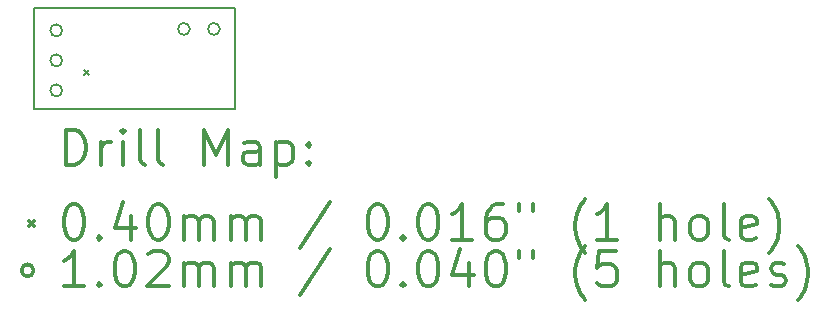
<source format=gbr>
%FSLAX45Y45*%
G04 Gerber Fmt 4.5, Leading zero omitted, Abs format (unit mm)*
G04 Created by KiCad (PCBNEW 4.0.4+e1-6308~48~ubuntu16.04.1-stable) date Thu Nov  3 23:09:23 2016*
%MOMM*%
%LPD*%
G01*
G04 APERTURE LIST*
%ADD10C,0.127000*%
%ADD11C,0.150000*%
%ADD12C,0.200000*%
%ADD13C,0.300000*%
G04 APERTURE END LIST*
D10*
D11*
X15280000Y-10900000D02*
X15280000Y-10040000D01*
X13580000Y-10900000D02*
X15280000Y-10900000D01*
X13580000Y-10040000D02*
X13580000Y-10900000D01*
X15280000Y-10040000D02*
X13580000Y-10040000D01*
D12*
X14000000Y-10570000D02*
X14040000Y-10610000D01*
X14040000Y-10570000D02*
X14000000Y-10610000D01*
X13815800Y-10232000D02*
G75*
G03X13815800Y-10232000I-50800J0D01*
G01*
X13815800Y-10486000D02*
G75*
G03X13815800Y-10486000I-50800J0D01*
G01*
X13815800Y-10740000D02*
G75*
G03X13815800Y-10740000I-50800J0D01*
G01*
X14896800Y-10220000D02*
G75*
G03X14896800Y-10220000I-50800J0D01*
G01*
X15150800Y-10220000D02*
G75*
G03X15150800Y-10220000I-50800J0D01*
G01*
D13*
X13843928Y-11373214D02*
X13843928Y-11073214D01*
X13915357Y-11073214D01*
X13958214Y-11087500D01*
X13986786Y-11116072D01*
X14001071Y-11144643D01*
X14015357Y-11201786D01*
X14015357Y-11244643D01*
X14001071Y-11301786D01*
X13986786Y-11330357D01*
X13958214Y-11358929D01*
X13915357Y-11373214D01*
X13843928Y-11373214D01*
X14143928Y-11373214D02*
X14143928Y-11173214D01*
X14143928Y-11230357D02*
X14158214Y-11201786D01*
X14172500Y-11187500D01*
X14201071Y-11173214D01*
X14229643Y-11173214D01*
X14329643Y-11373214D02*
X14329643Y-11173214D01*
X14329643Y-11073214D02*
X14315357Y-11087500D01*
X14329643Y-11101786D01*
X14343928Y-11087500D01*
X14329643Y-11073214D01*
X14329643Y-11101786D01*
X14515357Y-11373214D02*
X14486786Y-11358929D01*
X14472500Y-11330357D01*
X14472500Y-11073214D01*
X14672500Y-11373214D02*
X14643928Y-11358929D01*
X14629643Y-11330357D01*
X14629643Y-11073214D01*
X15015357Y-11373214D02*
X15015357Y-11073214D01*
X15115357Y-11287500D01*
X15215357Y-11073214D01*
X15215357Y-11373214D01*
X15486786Y-11373214D02*
X15486786Y-11216071D01*
X15472500Y-11187500D01*
X15443928Y-11173214D01*
X15386786Y-11173214D01*
X15358214Y-11187500D01*
X15486786Y-11358929D02*
X15458214Y-11373214D01*
X15386786Y-11373214D01*
X15358214Y-11358929D01*
X15343928Y-11330357D01*
X15343928Y-11301786D01*
X15358214Y-11273214D01*
X15386786Y-11258929D01*
X15458214Y-11258929D01*
X15486786Y-11244643D01*
X15629643Y-11173214D02*
X15629643Y-11473214D01*
X15629643Y-11187500D02*
X15658214Y-11173214D01*
X15715357Y-11173214D01*
X15743928Y-11187500D01*
X15758214Y-11201786D01*
X15772500Y-11230357D01*
X15772500Y-11316071D01*
X15758214Y-11344643D01*
X15743928Y-11358929D01*
X15715357Y-11373214D01*
X15658214Y-11373214D01*
X15629643Y-11358929D01*
X15901071Y-11344643D02*
X15915357Y-11358929D01*
X15901071Y-11373214D01*
X15886786Y-11358929D01*
X15901071Y-11344643D01*
X15901071Y-11373214D01*
X15901071Y-11187500D02*
X15915357Y-11201786D01*
X15901071Y-11216071D01*
X15886786Y-11201786D01*
X15901071Y-11187500D01*
X15901071Y-11216071D01*
X13532500Y-11847500D02*
X13572500Y-11887500D01*
X13572500Y-11847500D02*
X13532500Y-11887500D01*
X13901071Y-11703214D02*
X13929643Y-11703214D01*
X13958214Y-11717500D01*
X13972500Y-11731786D01*
X13986786Y-11760357D01*
X14001071Y-11817500D01*
X14001071Y-11888929D01*
X13986786Y-11946071D01*
X13972500Y-11974643D01*
X13958214Y-11988929D01*
X13929643Y-12003214D01*
X13901071Y-12003214D01*
X13872500Y-11988929D01*
X13858214Y-11974643D01*
X13843928Y-11946071D01*
X13829643Y-11888929D01*
X13829643Y-11817500D01*
X13843928Y-11760357D01*
X13858214Y-11731786D01*
X13872500Y-11717500D01*
X13901071Y-11703214D01*
X14129643Y-11974643D02*
X14143928Y-11988929D01*
X14129643Y-12003214D01*
X14115357Y-11988929D01*
X14129643Y-11974643D01*
X14129643Y-12003214D01*
X14401071Y-11803214D02*
X14401071Y-12003214D01*
X14329643Y-11688929D02*
X14258214Y-11903214D01*
X14443928Y-11903214D01*
X14615357Y-11703214D02*
X14643928Y-11703214D01*
X14672500Y-11717500D01*
X14686786Y-11731786D01*
X14701071Y-11760357D01*
X14715357Y-11817500D01*
X14715357Y-11888929D01*
X14701071Y-11946071D01*
X14686786Y-11974643D01*
X14672500Y-11988929D01*
X14643928Y-12003214D01*
X14615357Y-12003214D01*
X14586786Y-11988929D01*
X14572500Y-11974643D01*
X14558214Y-11946071D01*
X14543928Y-11888929D01*
X14543928Y-11817500D01*
X14558214Y-11760357D01*
X14572500Y-11731786D01*
X14586786Y-11717500D01*
X14615357Y-11703214D01*
X14843928Y-12003214D02*
X14843928Y-11803214D01*
X14843928Y-11831786D02*
X14858214Y-11817500D01*
X14886786Y-11803214D01*
X14929643Y-11803214D01*
X14958214Y-11817500D01*
X14972500Y-11846071D01*
X14972500Y-12003214D01*
X14972500Y-11846071D02*
X14986786Y-11817500D01*
X15015357Y-11803214D01*
X15058214Y-11803214D01*
X15086786Y-11817500D01*
X15101071Y-11846071D01*
X15101071Y-12003214D01*
X15243928Y-12003214D02*
X15243928Y-11803214D01*
X15243928Y-11831786D02*
X15258214Y-11817500D01*
X15286786Y-11803214D01*
X15329643Y-11803214D01*
X15358214Y-11817500D01*
X15372500Y-11846071D01*
X15372500Y-12003214D01*
X15372500Y-11846071D02*
X15386786Y-11817500D01*
X15415357Y-11803214D01*
X15458214Y-11803214D01*
X15486786Y-11817500D01*
X15501071Y-11846071D01*
X15501071Y-12003214D01*
X16086786Y-11688929D02*
X15829643Y-12074643D01*
X16472500Y-11703214D02*
X16501071Y-11703214D01*
X16529643Y-11717500D01*
X16543928Y-11731786D01*
X16558214Y-11760357D01*
X16572500Y-11817500D01*
X16572500Y-11888929D01*
X16558214Y-11946071D01*
X16543928Y-11974643D01*
X16529643Y-11988929D01*
X16501071Y-12003214D01*
X16472500Y-12003214D01*
X16443928Y-11988929D01*
X16429643Y-11974643D01*
X16415357Y-11946071D01*
X16401071Y-11888929D01*
X16401071Y-11817500D01*
X16415357Y-11760357D01*
X16429643Y-11731786D01*
X16443928Y-11717500D01*
X16472500Y-11703214D01*
X16701071Y-11974643D02*
X16715357Y-11988929D01*
X16701071Y-12003214D01*
X16686786Y-11988929D01*
X16701071Y-11974643D01*
X16701071Y-12003214D01*
X16901071Y-11703214D02*
X16929643Y-11703214D01*
X16958214Y-11717500D01*
X16972500Y-11731786D01*
X16986786Y-11760357D01*
X17001071Y-11817500D01*
X17001071Y-11888929D01*
X16986786Y-11946071D01*
X16972500Y-11974643D01*
X16958214Y-11988929D01*
X16929643Y-12003214D01*
X16901071Y-12003214D01*
X16872500Y-11988929D01*
X16858214Y-11974643D01*
X16843928Y-11946071D01*
X16829643Y-11888929D01*
X16829643Y-11817500D01*
X16843928Y-11760357D01*
X16858214Y-11731786D01*
X16872500Y-11717500D01*
X16901071Y-11703214D01*
X17286786Y-12003214D02*
X17115357Y-12003214D01*
X17201071Y-12003214D02*
X17201071Y-11703214D01*
X17172500Y-11746071D01*
X17143928Y-11774643D01*
X17115357Y-11788929D01*
X17543928Y-11703214D02*
X17486786Y-11703214D01*
X17458214Y-11717500D01*
X17443928Y-11731786D01*
X17415357Y-11774643D01*
X17401071Y-11831786D01*
X17401071Y-11946071D01*
X17415357Y-11974643D01*
X17429643Y-11988929D01*
X17458214Y-12003214D01*
X17515357Y-12003214D01*
X17543928Y-11988929D01*
X17558214Y-11974643D01*
X17572500Y-11946071D01*
X17572500Y-11874643D01*
X17558214Y-11846071D01*
X17543928Y-11831786D01*
X17515357Y-11817500D01*
X17458214Y-11817500D01*
X17429643Y-11831786D01*
X17415357Y-11846071D01*
X17401071Y-11874643D01*
X17686786Y-11703214D02*
X17686786Y-11760357D01*
X17801071Y-11703214D02*
X17801071Y-11760357D01*
X18243928Y-12117500D02*
X18229643Y-12103214D01*
X18201071Y-12060357D01*
X18186786Y-12031786D01*
X18172500Y-11988929D01*
X18158214Y-11917500D01*
X18158214Y-11860357D01*
X18172500Y-11788929D01*
X18186786Y-11746071D01*
X18201071Y-11717500D01*
X18229643Y-11674643D01*
X18243928Y-11660357D01*
X18515357Y-12003214D02*
X18343928Y-12003214D01*
X18429643Y-12003214D02*
X18429643Y-11703214D01*
X18401071Y-11746071D01*
X18372500Y-11774643D01*
X18343928Y-11788929D01*
X18872500Y-12003214D02*
X18872500Y-11703214D01*
X19001071Y-12003214D02*
X19001071Y-11846071D01*
X18986786Y-11817500D01*
X18958214Y-11803214D01*
X18915357Y-11803214D01*
X18886786Y-11817500D01*
X18872500Y-11831786D01*
X19186786Y-12003214D02*
X19158214Y-11988929D01*
X19143928Y-11974643D01*
X19129643Y-11946071D01*
X19129643Y-11860357D01*
X19143928Y-11831786D01*
X19158214Y-11817500D01*
X19186786Y-11803214D01*
X19229643Y-11803214D01*
X19258214Y-11817500D01*
X19272500Y-11831786D01*
X19286786Y-11860357D01*
X19286786Y-11946071D01*
X19272500Y-11974643D01*
X19258214Y-11988929D01*
X19229643Y-12003214D01*
X19186786Y-12003214D01*
X19458214Y-12003214D02*
X19429643Y-11988929D01*
X19415357Y-11960357D01*
X19415357Y-11703214D01*
X19686786Y-11988929D02*
X19658214Y-12003214D01*
X19601071Y-12003214D01*
X19572500Y-11988929D01*
X19558214Y-11960357D01*
X19558214Y-11846071D01*
X19572500Y-11817500D01*
X19601071Y-11803214D01*
X19658214Y-11803214D01*
X19686786Y-11817500D01*
X19701071Y-11846071D01*
X19701071Y-11874643D01*
X19558214Y-11903214D01*
X19801071Y-12117500D02*
X19815357Y-12103214D01*
X19843929Y-12060357D01*
X19858214Y-12031786D01*
X19872500Y-11988929D01*
X19886786Y-11917500D01*
X19886786Y-11860357D01*
X19872500Y-11788929D01*
X19858214Y-11746071D01*
X19843929Y-11717500D01*
X19815357Y-11674643D01*
X19801071Y-11660357D01*
X13572500Y-12263500D02*
G75*
G03X13572500Y-12263500I-50800J0D01*
G01*
X14001071Y-12399214D02*
X13829643Y-12399214D01*
X13915357Y-12399214D02*
X13915357Y-12099214D01*
X13886786Y-12142071D01*
X13858214Y-12170643D01*
X13829643Y-12184929D01*
X14129643Y-12370643D02*
X14143928Y-12384929D01*
X14129643Y-12399214D01*
X14115357Y-12384929D01*
X14129643Y-12370643D01*
X14129643Y-12399214D01*
X14329643Y-12099214D02*
X14358214Y-12099214D01*
X14386786Y-12113500D01*
X14401071Y-12127786D01*
X14415357Y-12156357D01*
X14429643Y-12213500D01*
X14429643Y-12284929D01*
X14415357Y-12342071D01*
X14401071Y-12370643D01*
X14386786Y-12384929D01*
X14358214Y-12399214D01*
X14329643Y-12399214D01*
X14301071Y-12384929D01*
X14286786Y-12370643D01*
X14272500Y-12342071D01*
X14258214Y-12284929D01*
X14258214Y-12213500D01*
X14272500Y-12156357D01*
X14286786Y-12127786D01*
X14301071Y-12113500D01*
X14329643Y-12099214D01*
X14543928Y-12127786D02*
X14558214Y-12113500D01*
X14586786Y-12099214D01*
X14658214Y-12099214D01*
X14686786Y-12113500D01*
X14701071Y-12127786D01*
X14715357Y-12156357D01*
X14715357Y-12184929D01*
X14701071Y-12227786D01*
X14529643Y-12399214D01*
X14715357Y-12399214D01*
X14843928Y-12399214D02*
X14843928Y-12199214D01*
X14843928Y-12227786D02*
X14858214Y-12213500D01*
X14886786Y-12199214D01*
X14929643Y-12199214D01*
X14958214Y-12213500D01*
X14972500Y-12242071D01*
X14972500Y-12399214D01*
X14972500Y-12242071D02*
X14986786Y-12213500D01*
X15015357Y-12199214D01*
X15058214Y-12199214D01*
X15086786Y-12213500D01*
X15101071Y-12242071D01*
X15101071Y-12399214D01*
X15243928Y-12399214D02*
X15243928Y-12199214D01*
X15243928Y-12227786D02*
X15258214Y-12213500D01*
X15286786Y-12199214D01*
X15329643Y-12199214D01*
X15358214Y-12213500D01*
X15372500Y-12242071D01*
X15372500Y-12399214D01*
X15372500Y-12242071D02*
X15386786Y-12213500D01*
X15415357Y-12199214D01*
X15458214Y-12199214D01*
X15486786Y-12213500D01*
X15501071Y-12242071D01*
X15501071Y-12399214D01*
X16086786Y-12084929D02*
X15829643Y-12470643D01*
X16472500Y-12099214D02*
X16501071Y-12099214D01*
X16529643Y-12113500D01*
X16543928Y-12127786D01*
X16558214Y-12156357D01*
X16572500Y-12213500D01*
X16572500Y-12284929D01*
X16558214Y-12342071D01*
X16543928Y-12370643D01*
X16529643Y-12384929D01*
X16501071Y-12399214D01*
X16472500Y-12399214D01*
X16443928Y-12384929D01*
X16429643Y-12370643D01*
X16415357Y-12342071D01*
X16401071Y-12284929D01*
X16401071Y-12213500D01*
X16415357Y-12156357D01*
X16429643Y-12127786D01*
X16443928Y-12113500D01*
X16472500Y-12099214D01*
X16701071Y-12370643D02*
X16715357Y-12384929D01*
X16701071Y-12399214D01*
X16686786Y-12384929D01*
X16701071Y-12370643D01*
X16701071Y-12399214D01*
X16901071Y-12099214D02*
X16929643Y-12099214D01*
X16958214Y-12113500D01*
X16972500Y-12127786D01*
X16986786Y-12156357D01*
X17001071Y-12213500D01*
X17001071Y-12284929D01*
X16986786Y-12342071D01*
X16972500Y-12370643D01*
X16958214Y-12384929D01*
X16929643Y-12399214D01*
X16901071Y-12399214D01*
X16872500Y-12384929D01*
X16858214Y-12370643D01*
X16843928Y-12342071D01*
X16829643Y-12284929D01*
X16829643Y-12213500D01*
X16843928Y-12156357D01*
X16858214Y-12127786D01*
X16872500Y-12113500D01*
X16901071Y-12099214D01*
X17258214Y-12199214D02*
X17258214Y-12399214D01*
X17186786Y-12084929D02*
X17115357Y-12299214D01*
X17301071Y-12299214D01*
X17472500Y-12099214D02*
X17501071Y-12099214D01*
X17529643Y-12113500D01*
X17543928Y-12127786D01*
X17558214Y-12156357D01*
X17572500Y-12213500D01*
X17572500Y-12284929D01*
X17558214Y-12342071D01*
X17543928Y-12370643D01*
X17529643Y-12384929D01*
X17501071Y-12399214D01*
X17472500Y-12399214D01*
X17443928Y-12384929D01*
X17429643Y-12370643D01*
X17415357Y-12342071D01*
X17401071Y-12284929D01*
X17401071Y-12213500D01*
X17415357Y-12156357D01*
X17429643Y-12127786D01*
X17443928Y-12113500D01*
X17472500Y-12099214D01*
X17686786Y-12099214D02*
X17686786Y-12156357D01*
X17801071Y-12099214D02*
X17801071Y-12156357D01*
X18243928Y-12513500D02*
X18229643Y-12499214D01*
X18201071Y-12456357D01*
X18186786Y-12427786D01*
X18172500Y-12384929D01*
X18158214Y-12313500D01*
X18158214Y-12256357D01*
X18172500Y-12184929D01*
X18186786Y-12142071D01*
X18201071Y-12113500D01*
X18229643Y-12070643D01*
X18243928Y-12056357D01*
X18501071Y-12099214D02*
X18358214Y-12099214D01*
X18343928Y-12242071D01*
X18358214Y-12227786D01*
X18386786Y-12213500D01*
X18458214Y-12213500D01*
X18486786Y-12227786D01*
X18501071Y-12242071D01*
X18515357Y-12270643D01*
X18515357Y-12342071D01*
X18501071Y-12370643D01*
X18486786Y-12384929D01*
X18458214Y-12399214D01*
X18386786Y-12399214D01*
X18358214Y-12384929D01*
X18343928Y-12370643D01*
X18872500Y-12399214D02*
X18872500Y-12099214D01*
X19001071Y-12399214D02*
X19001071Y-12242071D01*
X18986786Y-12213500D01*
X18958214Y-12199214D01*
X18915357Y-12199214D01*
X18886786Y-12213500D01*
X18872500Y-12227786D01*
X19186786Y-12399214D02*
X19158214Y-12384929D01*
X19143928Y-12370643D01*
X19129643Y-12342071D01*
X19129643Y-12256357D01*
X19143928Y-12227786D01*
X19158214Y-12213500D01*
X19186786Y-12199214D01*
X19229643Y-12199214D01*
X19258214Y-12213500D01*
X19272500Y-12227786D01*
X19286786Y-12256357D01*
X19286786Y-12342071D01*
X19272500Y-12370643D01*
X19258214Y-12384929D01*
X19229643Y-12399214D01*
X19186786Y-12399214D01*
X19458214Y-12399214D02*
X19429643Y-12384929D01*
X19415357Y-12356357D01*
X19415357Y-12099214D01*
X19686786Y-12384929D02*
X19658214Y-12399214D01*
X19601071Y-12399214D01*
X19572500Y-12384929D01*
X19558214Y-12356357D01*
X19558214Y-12242071D01*
X19572500Y-12213500D01*
X19601071Y-12199214D01*
X19658214Y-12199214D01*
X19686786Y-12213500D01*
X19701071Y-12242071D01*
X19701071Y-12270643D01*
X19558214Y-12299214D01*
X19815357Y-12384929D02*
X19843929Y-12399214D01*
X19901071Y-12399214D01*
X19929643Y-12384929D01*
X19943929Y-12356357D01*
X19943929Y-12342071D01*
X19929643Y-12313500D01*
X19901071Y-12299214D01*
X19858214Y-12299214D01*
X19829643Y-12284929D01*
X19815357Y-12256357D01*
X19815357Y-12242071D01*
X19829643Y-12213500D01*
X19858214Y-12199214D01*
X19901071Y-12199214D01*
X19929643Y-12213500D01*
X20043928Y-12513500D02*
X20058214Y-12499214D01*
X20086786Y-12456357D01*
X20101071Y-12427786D01*
X20115357Y-12384929D01*
X20129643Y-12313500D01*
X20129643Y-12256357D01*
X20115357Y-12184929D01*
X20101071Y-12142071D01*
X20086786Y-12113500D01*
X20058214Y-12070643D01*
X20043928Y-12056357D01*
M02*

</source>
